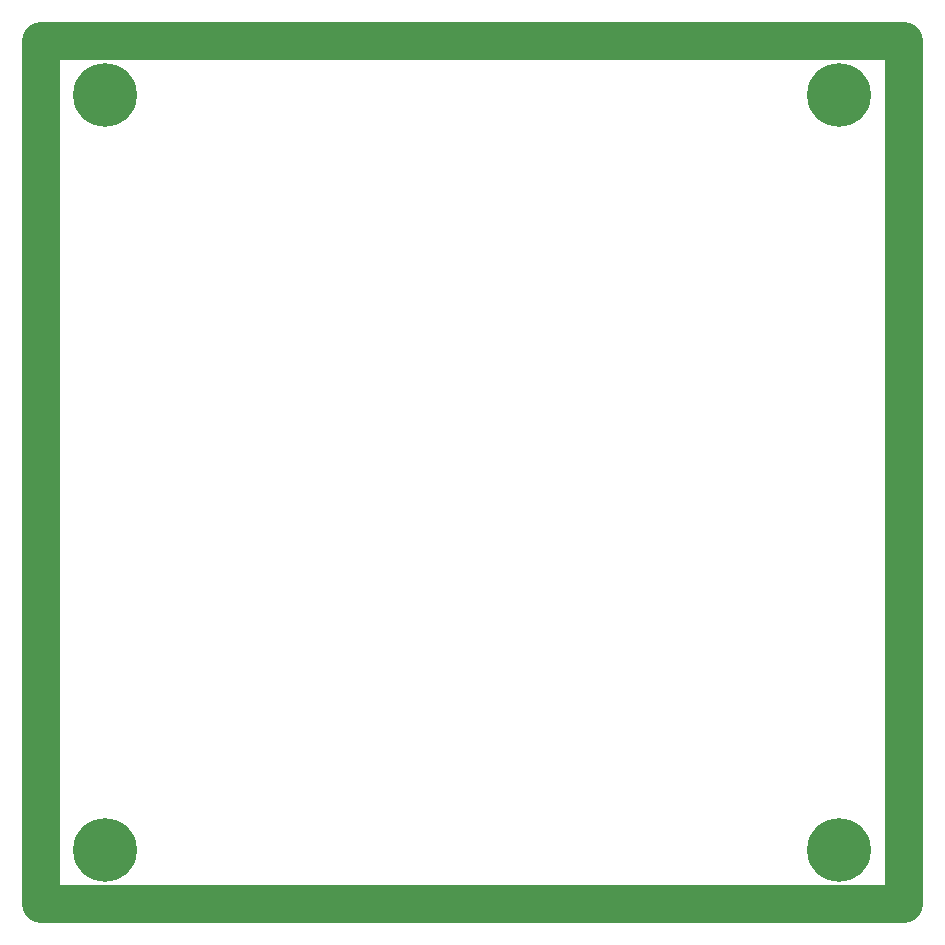
<source format=gbr>
%TF.GenerationSoftware,KiCad,Pcbnew,7.0.5-0*%
%TF.CreationDate,2024-04-21T20:06:43-04:00*%
%TF.ProjectId,swr_meter_left,7377725f-6d65-4746-9572-5f6c6566742e,rev?*%
%TF.SameCoordinates,Original*%
%TF.FileFunction,Soldermask,Top*%
%TF.FilePolarity,Negative*%
%FSLAX46Y46*%
G04 Gerber Fmt 4.6, Leading zero omitted, Abs format (unit mm)*
G04 Created by KiCad (PCBNEW 7.0.5-0) date 2024-04-21 20:06:43*
%MOMM*%
%LPD*%
G01*
G04 APERTURE LIST*
%ADD10C,3.200000*%
%ADD11C,5.400000*%
G04 APERTURE END LIST*
D10*
%TO.C,REF\u002A\u002A*%
X100045996Y-25419997D02*
X173045996Y-25419997D01*
X173045996Y-25419997D02*
X173045996Y-98419997D01*
X173045996Y-98419997D02*
X100045996Y-98419997D01*
X100045996Y-98419997D02*
X100045996Y-25419997D01*
%TD*%
D11*
%TO.C,H13*%
X167595996Y-29969997D03*
%TD*%
%TO.C,H1*%
X105403996Y-29969997D03*
%TD*%
%TO.C,H2*%
X105403996Y-93839997D03*
%TD*%
%TO.C,H14*%
X167595996Y-93839997D03*
%TD*%
M02*

</source>
